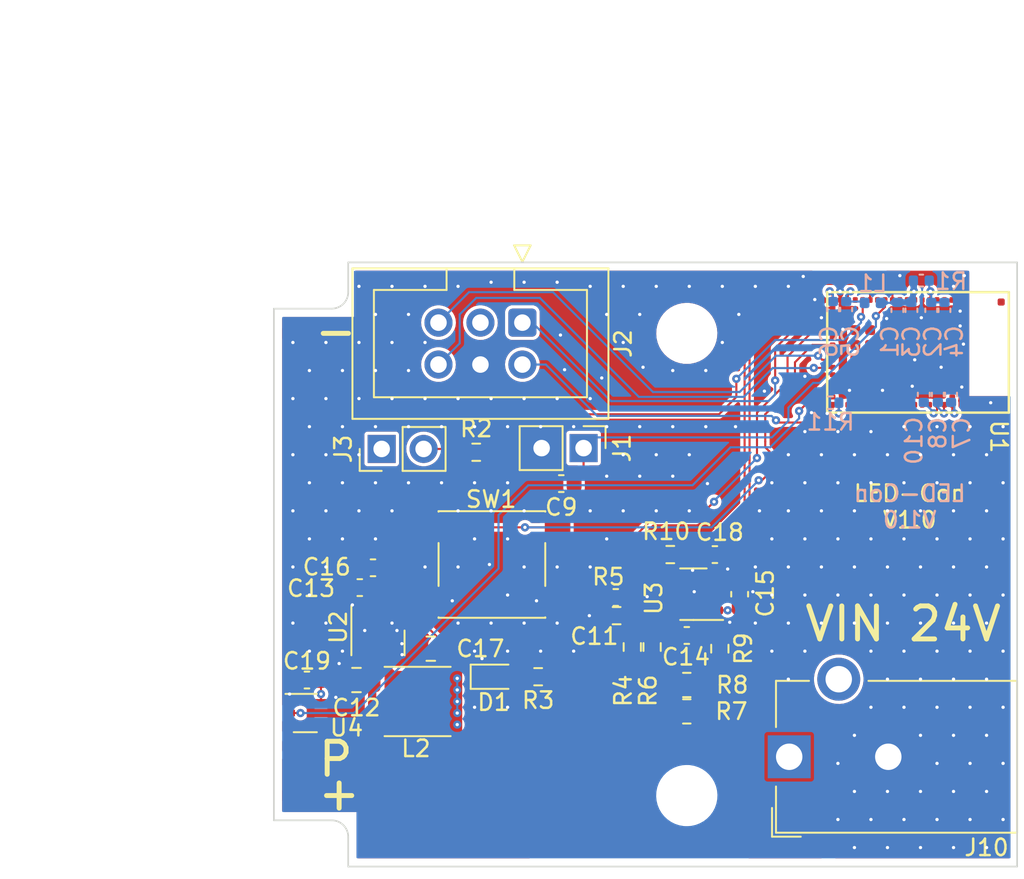
<source format=kicad_pcb>
(kicad_pcb (version 20211014) (generator pcbnew)
  (layers (0 "F.Cu" signal) (1 "In1.Cu" signal) (2 "In2.Cu" signal) (31 "B.Cu" signal) (34 "B.Paste" user) (35 "F.Paste" user) (36 "B.SilkS" user "B.Silkscreen") (37 "F.SilkS" user "F.Silkscreen") (38 "B.Mask" user) (39 "F.Mask" user) (44 "Edge.Cuts" user))
  (net 0 "")
  (net 1 "+3.3VA")
  (net 2 "GND")
  (net 3 "Net-(C2-Pad1)")
  (net 4 "+3.3V")
  (net 5 "Net-(C7-Pad1)")
  (net 6 "Net-(C8-Pad1)")
  (net 7 "/NRST")
  (net 8 "Net-(C10-Pad1)")
  (net 9 "/V_sens")
  (net 10 "+24V")
  (net 11 "Net-(C13-Pad1)")
  (net 12 "Net-(C14-Pad1)")
  (net 13 "Net-(C14-Pad2)")
  (net 14 "Net-(C16-Pad1)")
  (net 15 "/I_sens")
  (net 16 "Net-(D1-Pad2)")
  (net 17 "/RX")
  (net 18 "/TX")
  (net 19 "/SWCLK")
  (net 20 "/Boot0")
  (net 21 "/PWM")
  (net 22 "VDC")
  (net 24 "Net-(L2-Pad1)")
  (net 25 "/LED0")
  (net 26 "Net-(R10-Pad2)")
  (net 27 "Net-(R11-Pad2)")
  (net 28 "/BTN0")
  (net 40 "/SWDIO")
  (net 90 "Net-(U1-Pad28)")
  (footprint "Capacitor_SMD:C_0603_1608Metric" (layer "F.Cu") (at 154 91.7 180)
    (fp_text reference "C16")
    (fp_text value "100n")
  )
  (footprint "Resistor_SMD:R_0603_1608Metric" (layer "F.Cu") (at 168.75 94.6)
    (fp_text reference "R5")
    (fp_text value "1k6")
  )
  (footprint "Bergi:Solderpad_1x2" (layer "F.Cu") (at 149.5 105.5)
    (fp_text reference "J4" hide)
    (fp_text value "Conn_01x01_Female")
  )
  (footprint "Capacitor_SMD:C_0805_2012Metric" (layer "F.Cu") (at 153 98.5 180)
    (fp_text reference "C12")
    (fp_text value "1µ")
  )
  (footprint "Capacitor_SMD:C_0603_1608Metric" (layer "F.Cu") (at 176.2 93.3 90)
    (fp_text reference "C15")
    (fp_text value "100n")
  )
  (footprint "Capacitor_SMD:C_0805_2012Metric" (layer "F.Cu") (at 157.5 96.6 180)
    (fp_text reference "C17")
    (fp_text value "2µ2")
  )
  (footprint "Bergi:ST_LGA86" (layer "F.Cu") (at 192.5 75 -90)
    (fp_text reference "U1")
    (fp_text value "STM32WB5MMG")
  )
  (footprint "LED_SMD:LED_0603_1608Metric" (layer "F.Cu") (at 161.4 98.3)
    (fp_text reference "D1")
    (fp_text value "LED")
  )
  (footprint "Package_TO_SOT_SMD:SOT-353_SC-70-5" (layer "F.Cu") (at 149.9 100.5)
    (fp_text reference "U4")
    (fp_text value "74AHCT1G125")
  )
  (footprint "Button_Switch_SMD:SW_Push_1P1T_NO_6x6mm_H9.5mm" (layer "F.Cu") (at 161.2 91.5 180)
    (fp_text reference "SW1")
    (fp_text value "SW_Push")
  )
  (footprint "MountingHole:MountingHole_3.2mm_M3" (layer "F.Cu") (at 173 105.5)
    (fp_text reference "H2" hide)
    (fp_text value "MountingHole")
  )
  (footprint "Capacitor_SMD:C_0603_1608Metric" (layer "F.Cu") (at 153.2 92.9 180)
    (fp_text reference "C13")
    (fp_text value "470n")
  )
  (footprint "Capacitor_SMD:C_0603_1608Metric" (layer "F.Cu") (at 150 98.5 180)
    (fp_text reference "C19")
    (fp_text value "100n")
  )
  (footprint "Resistor_SMD:R_0603_1608Metric" (layer "F.Cu") (at 169.7 96.5 -90)
    (fp_text reference "R4")
    (fp_text value "24k")
  )
  (footprint "Inductor_SMD:L_Taiyo-Yuden_NR-40xx" (layer "F.Cu") (at 156.7 99.8)
    (fp_text reference "L2")
    (fp_text value "47µ")
  )
  (footprint "Connector_BarrelJack:BarrelJack_CUI_PJ-102AH_Horizontal" (layer "F.Cu") (at 179.2 103.15 90)
    (fp_text reference "J10")
    (fp_text value "Barrel_Jack_Switch")
  )
  (footprint "MountingHole:MountingHole_3.2mm_M3" (layer "F.Cu") (at 173 77.5)
    (fp_text reference "H1" hide)
    (fp_text value "MountingHole")
  )
  (footprint "Resistor_SMD:R_0603_1608Metric" (layer "F.Cu") (at 160.25 84.7)
    (fp_text reference "R2")
    (fp_text value "10k")
  )
  (footprint "Bergi:DFN-10-1EP_3x3mm_P0.5mm_EP0.62x0.98mm" (layer "F.Cu") (at 154.3 95.5 -90)
    (fp_text reference "U2")
    (fp_text value "L7983")
  )
  (footprint "Resistor_SMD:R_0603_1608Metric" (layer "F.Cu") (at 172 90.9 180)
    (fp_text reference "R10")
    (fp_text value "1k5")
  )
  (footprint "Resistor_SMD:R_0603_1608Metric" (layer "F.Cu") (at 164 98.3 180)
    (fp_text reference "R3")
    (fp_text value "240R")
  )
  (footprint "Connector_IDC:IDC-Header_2x03_P2.54mm_Vertical" (layer "F.Cu") (at 163.045 76.8475 -90)
    (fp_text reference "J2")
    (fp_text value "Conn_02x03_Odd_Even")
  )
  (footprint "Capacitor_SMD:C_0603_1608Metric" (layer "F.Cu") (at 165.4 86.6 180)
    (fp_text reference "C9")
    (fp_text value "100n")
  )
  (footprint "Connector_PinHeader_2.54mm:PinHeader_1x02_P2.54mm_Vertical" (layer "F.Cu") (at 166.75 84.45 -90)
    (fp_text reference "J1")
    (fp_text value "DNP")
  )
  (footprint "Bergi:Solderpad_1x2" (layer "F.Cu") (at 149.5 77.5)
    (fp_text reference "J8" hide)
    (fp_text value "Conn_01x01_Female")
  )
  (footprint "Connector_PinHeader_2.54mm:PinHeader_1x02_P2.54mm_Vertical" (layer "F.Cu") (at 154.525 84.5 90)
    (fp_text reference "J3")
    (fp_text value "DNP")
  )
  (footprint "Capacitor_SMD:C_0603_1608Metric" (layer "F.Cu") (at 168.7 93.5 180)
    (fp_text reference "C11")
    (fp_text value "100n")
  )
  (footprint "Bergi:Solderpad_1x2" (layer "F.Cu") (at 149.5 102.5)
    (fp_text reference "J7" hide)
    (fp_text value "Conn_01x01_Female")
  )
  (footprint "Resistor_SMD:R_0805_2012Metric" (layer "F.Cu") (at 173 98.8)
    (fp_text reference "R8")
    (fp_text value "DNP")
  )
  (footprint "Resistor_SMD:R_0805_2012Metric" (layer "F.Cu") (at 173 100.4)
    (fp_text reference "R7")
    (fp_text value "0R01")
  )
  (footprint "Package_TO_SOT_SMD:SOT-23-8" (layer "F.Cu") (at 173.4 93.3 180)
    (fp_text reference "U3")
    (fp_text value "INA186A3IDDF")
  )
  (footprint "Capacitor_SMD:C_0603_1608Metric" (layer "F.Cu") (at 173 95.8)
    (fp_text reference "C14")
    (fp_text value "DNP")
  )
  (footprint "Resistor_SMD:R_0603_1608Metric" (layer "F.Cu") (at 170.9 96.5 -90)
    (fp_text reference "R6")
    (fp_text value "0R")
  )
  (footprint "Resistor_SMD:R_0603_1608Metric" (layer "F.Cu") (at 175 96.6 -90)
    (fp_text reference "R9")
    (fp_text value "0R")
  )
  (footprint "Capacitor_SMD:C_0603_1608Metric" (layer "F.Cu") (at 174.7 90.9)
    (fp_text reference "C18")
    (fp_text value "100n")
  )
  (footprint "Capacitor_SMD:C_0402_1005Metric" (layer "B.Cu") (at 182.65 76.05 -90)
    (fp_text reference "C5")
    (fp_text value "100n")
  )
  (footprint "Capacitor_SMD:C_0402_1005Metric" (layer "B.Cu") (at 187.2 74.3)
    (fp_text reference "R1")
    (fp_text value "DNP")
  )
  (footprint "Capacitor_SMD:C_0402_1005Metric" (layer "B.Cu") (at 186.6 76.1 -90)
    (fp_text reference "C3")
    (fp_text value "1µ")
  )
  (footprint "Capacitor_SMD:C_0402_1005Metric" (layer "B.Cu") (at 188.2 81.2 90)
    (fp_text reference "C8")
    (fp_text value "3p3")
  )
  (footprint "Inductor_SMD:L_0402_1005Metric" (layer "B.Cu") (at 184.25 75.65 180)
    (fp_text reference "L1")
    (fp_text value "600R")
  )
  (footprint "Capacitor_SMD:C_0402_1005Metric" (layer "B.Cu") (at 185.75 76.1 -90)
    (fp_text reference "C1")
    (fp_text value "100n")
  )
  (footprint "Capacitor_SMD:C_0402_1005Metric" (layer "B.Cu") (at 181.85 76.05 -90)
    (fp_text reference "C6")
    (fp_text value "1µ")
  )
  (footprint "Capacitor_SMD:C_0402_1005Metric" (layer "B.Cu") (at 187.35 81.2 90)
    (fp_text reference "C10")
    (fp_text value "3p3")
  )
  (footprint "Resistor_SMD:R_0402_1005Metric" (layer "B.Cu") (at 181.7 81.7)
    (fp_text reference "R11")
    (fp_text value "10k")
  )
  (footprint "Capacitor_SMD:C_0402_1005Metric" (layer "B.Cu") (at 187.8 76.1 -90)
    (fp_text reference "C2")
    (fp_text value "100n")
  )
  (footprint "Capacitor_SMD:C_0402_1005Metric" (layer "B.Cu") (at 188.6 76.1 -90)
    (fp_text reference "C4")
    (fp_text value "1µ")
  )
  (footprint "Capacitor_SMD:C_0402_1005Metric" (layer "B.Cu") (at 189 81.2 90)
    (fp_text reference "C7")
    (fp_text value "3p3")
  )
  (gr_arc (start 151.5 107) (mid 152.207107 107.292893) (end 152.5 108) (layer "Edge.Cuts") (width 0.1))
  (gr_line (start 193 109.8) (end 193 73.2) (layer "Edge.Cuts") (width 0.1))
  (gr_line (start 148 107) (end 151.5 107) (layer "Edge.Cuts") (width 0.1))
  (gr_line (start 152.5 75) (end 152.5 73.2) (layer "Edge.Cuts") (width 0.1))
  (gr_line (start 152.5 73.2) (end 193 73.2) (layer "Edge.Cuts") (width 0.1))
  (gr_arc (start 152.5 75) (mid 152.207107 75.707107) (end 151.5 76) (layer "Edge.Cuts") (width 0.1))
  (gr_line (start 151.5 76) (end 148 76) (layer "Edge.Cuts") (width 0.1))
  (gr_line (start 152.5 109.8) (end 193 109.8) (layer "Edge.Cuts") (width 0.1))
  (gr_line (start 152.5 108) (end 152.5 109.8) (layer "Edge.Cuts") (width 0.1))
  (gr_line (start 148 107) (end 148 76) (layer "Edge.Cuts") (width 0.1))
  (gr_text "LED-Con\nV1.0" (at 186.5 88) (layer "B.SilkS") (effects (font (size 1 1)) (justify mirror)))
  (gr_text "LED-Con\nV1.0" (at 186.5 88) (layer "F.SilkS") (effects (font (size 1 1))))
  (gr_text "+" (at 151.95 105.35) (layer "F.SilkS") (effects (font (size 2 2) (thickness 0.3)) (justify mirror)))
  (gr_text "-" (at 151.75 77.35) (layer "F.SilkS") (effects (font (size 2 2) (thickness 0.3)) (justify mirror)))
  (gr_text "P" (at 151.75 103.3) (layer "F.SilkS") (effects (font (size 2 2) (thickness 0.3))))
  (gr_text "VIN 24V" (at 186.1 95.1) (layer "F.SilkS") (effects (font (size 2 2) (thickness 0.3))))
  (segment (start 186.8 75.45) (end 186.8 75.05) (width 0.127) (layer "F.Cu") (net 1))
  (segment (start 186.8 75) (end 186.75 74.95) (width 0.127) (layer "F.Cu") (net 1))
  (segment (start 186.8 75.05) (end 186.8 75) (width 0.127) (layer "F.Cu") (net 1))
  (via (at 186.75 74.95) (size 0.5) (drill 0.2) (layers "F.Cu" "B.Cu") (net 1))
  (segment (start 186.6 75.62) (end 186.6 75.1) (width 0.127) (layer "B.Cu") (net 1))
  (segment (start 184.735 75.65) (end 185.72 75.65) (width 0.127) (layer "B.Cu") (net 1))
  (segment (start 186.6 75.1) (end 186.75 74.95) (width 0.127) (layer "B.Cu") (net 1))
  (segment (start 186.75 74.95) (end 186.75 74.33) (width 0.127) (layer "B.Cu") (net 1))
  (segment (start 186.75 74.33) (end 186.72 74.3) (width 0.127) (layer "B.Cu") (net 1))
  (segment (start 185.75 75.62) (end 186.6 75.62) (width 0.127) (layer "B.Cu") (net 1))
  (segment (start 185.72 75.65) (end 185.75 75.62) (width 0.127) (layer "B.Cu") (net 1))
  (segment (start 189.075 75.95) (end 189.35 75.95) (width 0.127) (layer "F.Cu") (net 2))
  (segment (start 152.2 98.35) (end 152.2 96.2) (width 0.127) (layer "F.Cu") (net 2))
  (segment (start 189.55 77.05) (end 189.3 77.3) (width 0.127) (layer "F.Cu") (net 2))
  (segment (start 150.05 100.2) (end 150.05 100.85) (width 0.127) (layer "F.Cu") (net 2))
  (segment (start 187.25 75.475) (end 187.25 76.5) (width 0.127) (layer "F.Cu") (net 2))
  (segment (start 160.6125 97.2125) (end 160.6 97.2) (width 0.127) (layer "F.Cu") (net 2))
  (segment (start 161.075 84.7) (end 161.325 84.45) (width 0.127) (layer "F.Cu") (net 2))
  (segment (start 152.2 96.2) (end 152.9 95.5) (width 0.127) (layer "F.Cu") (net 2))
  (segment (start 151.95 97.5) (end 151.95 98.4) (width 0.127) (layer "F.Cu") (net 2))
  (segment (start 182.3 74.973) (end 182.280559 74.953559) (width 0.127) (layer "F.Cu") (net 2))
  (segment (start 156.25 96.3) (end 156.55 96.6) (width 0.127) (layer "F.Cu") (net 2))
  (segment (start 154.45 95.5) (end 155.45 95.5) (width 0.127) (layer "F.Cu") (net 2))
  (segment (start 167.925 94.6) (end 167.1 94.6) (width 0.127) (layer "F.Cu") (net 2))
  (segment (start 151.75 98.8) (end 152.05 98.5) (width 0.127) (layer "F.Cu") (net 2))
  (segment (start 163.95 93.75) (end 163.9 93.7) (width 0.127) (layer "F.Cu") (net 2))
  (segment (start 189.075 76.4) (end 189.3 76.4) (width 0.127) (layer "F.Cu") (net 2))
  (segment (start 181.825 82.025) (end 181.5 82.35) (width 0.127) (layer "F.Cu") (net 2))
  (segment (start 153.8 95) (end 154.3 95.5) (width 0.127) (layer "F.Cu") (net 2))
  (segment (start 167.925 94.6) (end 167.925 93.5) (width 0.127) (layer "F.Cu") (net 2))
  (segment (start 175.475 91.775) (end 175.475 92.275) (width 0.127) (layer "F.Cu") (net 2))
  (segment (start 157.225 93.75) (end 158.75 93.75) (width 0.127) (layer "F.Cu") (net 2))
  (segment (start 187.25 76.5) (end 187.2 76.55) (width 0.127) (layer "F.Cu") (net 2))
  (segment (start 192.035 81.7) (end 191.4 81.7) (width 0.127) (layer "F.Cu") (net 2))
  (segment (start 153.8 94.0375) (end 153.3 94.0375) (width 0.127) (layer "F.Cu") (net 2))
  (segment (start 149.7 99.85) (end 150.05 100.2) (width 0.127) (layer "F.Cu") (net 2))
  (segment (start 148.95 98.775) (end 148.95 99.85) (width 0.127) (layer "F.Cu") (net 2))
  (segment (start 189.3 77.3) (end 189.075 77.3) (width 0.127) (layer "F.Cu") (net 2))
  (segment (start 152.9 95.5) (end 153.5 95.5) (width 0.127) (layer "F.Cu") (net 2))
  (segment (start 181.825 81.825) (end 181.825 82.025) (width 0.127) (layer "F.Cu") (net 2))
  (segment (start 148.95 99.85) (end 149.7 99.85) (width 0.127) (layer "F.Cu") (net 2))
  (segment (start 152.05 98.5) (end 152.2 98.35) (width 0.127) (layer "F.Cu") (net 2))
  (segment (start 165.175 93.75) (end 163.95 93.75) (width 0.127) (layer "F.Cu") (net 2))
  (segment (start 174.5375 92.325) (end 175.425 92.325) (width 0.127) (layer "F.Cu") (net 2))
  (segment (start 154.3 95.5) (end 154.45 95.5) (width 0.127) (layer "F.Cu") (net 2))
  (segment (start 149.225 98.5) (end 148.95 98.775) (width 0.127) (layer "F.Cu") (net 2))
  (segment (start 153.8 94.0375) (end 153.8 95) (width 0.127) (layer "F.Cu") (net 2))
  (segment (start 164.21 86.185) (end 164.625 86.6) (width 0.127) (layer "F.Cu") (net 2))
  (segment (start 153.5 95.5) (end 154.45 95.5) (width 0.127) (layer "F.Cu") (net 2))
  (segment (start 155.7625 96.9625) (end 156.1875 96.9625) (width 0.127) (layer "F.Cu") (net 2))
  (segment (start 189.35 76.85) (end 189.075 76.85) (width 0.127) (layer "F.Cu") (net 2))
  (segment (start 189.55 77.05) (end 189.35 76.85) (width 0.127) (layer "F.Cu") (net 2))
  (segment (start 189.35 75.95) (end 189.55 76.15) (width 0.127) (layer "F.Cu") (net 2))
  (segment (start 153.3 94.0375) (end 152.8375 94.0375) (width 0.127) (layer "F.Cu") (net 2))
  (segment (start 176 92.325) (end 176.2 92.525) (width 0.127) (layer "F.Cu") (net 2))
  (segment (start 152.75 93.225) (end 152.75 93.95) (width 0.127) (layer "F.Cu") (net 2))
  (segment (start 175.425 92.325) (end 176 92.325) (width 0.127) (layer "F.Cu") (net 2))
  (segment (start 175.475 92.275) (end 175.425 92.325) (width 0.127) (layer "F.Cu") (net 2))
  (segment (start 155.3 96.9625) (end 155.7625 96.9625) (width 0.127) (layer "F.Cu") (net 2))
  (segment (start 174.5375 92.975) (end 174.5375 92.325) (width 0.127) (layer "F.Cu") (net 2))
  (segment (start 182.3 75.475) (end 182.3 74.973) (width 0.127) (layer "F.Cu") (net 2))
  (segment (start 152.425 92.9) (end 152.75 93.225) (width 0.127) (layer "F.Cu") (net 2))
  (segment (start 175.475 90.9) (end 175.475 91.775) (width 0.127) (layer "F.Cu") (net 2))
  (segment (start 152.8375 94.0375) (end 152.75 93.95) (width 0.127) (layer "F.Cu") (net 2))
  (segment (start 153.225 91.7) (end 153.225 92.1) (width 0.127) (layer "F.Cu") (net 2))
  (segment (start 155.75 96.3) (end 156.25 96.3) (width 0.127) (layer "F.Cu") (net 2))
  (segment (start 156.1875 96.9625) (end 156.55 96.6) (width 0.127) (layer "F.Cu") (net 2))
  (segment (start 189.3 76.4) (end 189.55 76.15) (width 0.127) (layer "F.Cu") (net 2))
  (segment (start 151.95 98.4) (end 152.05 98.5) (width 0.127) (layer "F.Cu") (net 2))
  (segment (start 153.225 92.1) (end 152.425 92.9) (width 0.127) (layer "F.Cu") (net 2))
  (segment (start 155.45 95.5) (end 156.55 96.6) (width 0.127) (layer "F.Cu") (net 2))
  (segment (start 149.75 101.15) (end 148.95 101.15) (width 0.127) (layer "F.Cu") (net 2))
  (segment (start 160.6125 98.3) (end 160.6125 97.2125) (width 0.127) (layer "F.Cu") (net 2))
  (segment (start 151.75 99.55) (end 151.75 98.8) (width 0.127) (layer "F.Cu") (net 2))
  (segment (start 150.05 100.85) (end 149.75 101.15) (width 0.127) (layer "F.Cu") (net 2))
  (segment (start 161.325 84.45) (end 164.21 84.45) (width 0.127) (layer "F.Cu") (net 2))
  (segment (start 164.21 84.45) (end 164.21 86.185) (width 0.127) (layer "F.Cu") (net 2))
  (segment (start 158.75 93.75) (end 158.8 93.7) (width 0.127) (layer "F.Cu") (net 2))
  (via (at 161.15 74.4) (size 0.5) (drill 0.2) (layers "F.Cu" "B.Cu") (net 2))
  (via (at 150.15 96.75) (size 0.5) (drill 0.2) (layers "F.Cu" "B.Cu") (net 2))
  (via (at 165.15 95.05) (size 0.5) (drill 0.2) (layers "F.Cu" "B.Cu") (net 2))
  (via (at 149.15 78.05) (size 0.5) (drill 0.2) (layers "F.Cu" "B.Cu") (net 2))
  (via (at 174.25 86.6) (size 0.5) (drill 0.2) (layers "F.Cu" "B.Cu") (net 2))
  (via (at 184.15 93.35) (size 0.5) (drill 0.2) (layers "F.Cu" "B.Cu") (net 2))
  (via (at 170.15 86.15) (size 0.5) (drill 0.2) (layers "F.Cu" "B.Cu") (net 2))
  (via (at 160.15 100.15) (size 0.5) (drill 0.2) (layers "F.Cu" "B.Cu") (net 2))
  (via (at 187.2 76.55) (size 0.5) (drill 0.2) (layers "F.Cu" "B.Cu") (net 2))
  (via (at 181.15 76.55) (size 0.5) (drill 0.2) (layers "F.Cu" "B.Cu") (net 2))
  (via (at 152.75 93.95) (size 0.5) (drill 0.2) (layers "F.Cu" "B.Cu") (net 2))
  (via (at 159.15 74.65) (size 0.5) (drill 0.2) (layers "F.Cu" "B.Cu") (net 2))
  (via (at 191.15 101.85) (size 0.5) (drill 0.2) (layers "F.Cu" "B.Cu") (net 2))
  (via (at 167.15 74.65) (size 0.5) (drill 0.2) (layers "F.Cu" "B.Cu") (net 2))
  (via (at 149.15 84.85) (size 0.5) (drill 0.2) (layers "F.Cu" "B.Cu") (net 2))
  (via (at 153.15 88.25) (size 0.5) (drill 0.2) (layers "F.Cu" "B.Cu") (net 2))
  (via (at 187.15 88.25) (size 0.5) (drill 0.2) (layers "F.Cu" "B.Cu") (net 2))
  (via (at 169.15 88.25) (size 0.5) (drill 0.2) (layers "F.Cu" "B.Cu") (net 2))
  (via (at 190.15 103.55) (size 0.5) (drill 0.2) (layers "F.Cu" "B.Cu") (net 2))
  (via (at 172.15 83.15) (size 0.5) (drill 0.2) (layers "F.Cu" "B.Cu") (net 2))
  (via (at 150.15 83.15) (size 0.5) (drill 0.2) (layers "F.Cu" "B.Cu") (net 2))
  (via (at 155.15 74.65) (size 0.5) (drill 0.2) (layers "F.Cu" "B.Cu") (net 2))
  (via (at 161.15 88.25) (size 0.5) (drill 0.2) (layers "F.Cu" "B.Cu") (net 2))
  (via (at 161.05 91.5) (size 0.5) (drill 0.2) (layers "F.Cu" "B.Cu") (net 2))
  (via (at 171.15 74.65) (size 0.5) (drill 0.2) (layers "F.Cu" "B.Cu") (net 2))
  (via (at 152.15 83.15) (size 0.5) (drill 0.2) (layers "F.Cu" "B.Cu") (net 2))
  (via (at 173.45 93.15) (size 0.5) (drill 0.2) (layers "F.Cu" "B.Cu") (net 2))
  (via (at 165.15 91.65) (size 0.5) (drill 0.2) (layers "F.Cu" "B.Cu") (net 2))
  (via (at 182.15 103.55) (size 0.5) (drill 0.2) (layers "F.Cu" "B.Cu") (net 2))
  (via (at 189.55 77.05) (size 0.5) (drill 0.2) (layers "F.Cu" "B.Cu") (net 2))
  (via (at 183.15 91.65) (size 0.5) (drill 0.2) (layers "F.Cu" "B.Cu") (net 2))
  (via (at 150.15 79.75) (size 0.5) (drill 0.2) (layers "F.Cu" "B.Cu") (net 2))
  (via (at 160.15 89.95) (size 0.5) (drill 0.2) (layers "F.Cu" "B.Cu") (net 2))
  (via (at 181.15 91.65) (size 0.5) (drill 0.2) (layers "F.Cu" "B.Cu") (net 2))
  (via (at 169.15 84.85) (size 0.5) (drill 0.2) (layers "F.Cu" "B.Cu") (net 2))
  (via (at 183.15 84.85) (size 0.5) (drill 0.2) (layers "F.Cu" "B.Cu") (net 2))
  (via (at 187.15 101.85) (size 0.5) (drill 0.2) (layers "F.Cu" "B.Cu") (net 2))
  (via (at 168.15 76.35) (size 0.5) (drill 0.2) (layers "F.Cu" "B.Cu") (net 2))
  (via (at 180.15 86.55) (size 0.5) (drill 0.2) (layers "F.Cu" "B.Cu") (net 2))
  (via (at 152.15 89.95) (size 0.5) (drill 0.2) (layers "F.Cu" "B.Cu") (net 2))
  (via (at 151.15 95.05) (size 0.5) (drill 0.2) (layers "F.Cu" "B.Cu") (net 2))
  (via (at 191.15 98.45) (size 0.5) (drill 0.2) (layers "F.Cu" "B.Cu") (net 2))
  (via (at 173.15 84.85) (size 0.5) (drill 0.2) (layers "F.Cu" "B.Cu") (net 2))
  (via (at 157.15 91.65) (size 0.5) (drill 0.2) (layers "F.Cu" "B.Cu") (net 2))
  (via (at 182.45 77.25) (size 0.5) (drill 0.2) (layers "F.Cu" "B.Cu") (net 2))
  (via (at 177.4 88.25) (size 0.5) (drill 0.2) (layers "F.Cu" "B.Cu") (net 2))
  (via (at 186.15 86.55) (size 0.5) (drill 0.2) (layers "F.Cu" "B.Cu") (net 2))
  (via (at 175.15 78.05) (size 0.5) (drill 0.2) (layers "F.Cu" "B.Cu") (net 2))
  (via (at 154.15 76.35) (size 0.5) (drill 0.2) (layers "F.Cu" "B.Cu") (net 2))
  (via (at 155.75 96.3) (size 0.5) (drill 0.2) (layers "F.Cu" "B.Cu") (net 2))
  (via (at 186.15 83.15) (size 0.5) (drill 0.2) (layers "F.Cu" "B.Cu") (net 2))
  (via (at 162.15 86.55) (size 0.5) (drill 0.2) (layers "F.Cu" "B.Cu") (net 2))
  (via (at 188.15 89.95) (size 0.5) (drill 0.2) (layers "F.Cu" "B.Cu") (net 2))
  (via (at 162.15 93.35) (size 0.5) (drill 0.2) (layers "F.Cu" "B.Cu") (net 2))
  (via (at 188.15 93.35) (size 0.5) (drill 0.2) (layers "F.Cu" "B.Cu") (net 2))
  (via (at 176.15 89.95) (size 0.5) (drill 0.2) (layers "F.Cu" "B.Cu") (net 2))
  (via (at 180.55 82.3) (size 0.5) (drill 0.2) (layers "F.Cu" "B.Cu") (net 2))
  (via (at 178.15 86.55) (size 0.5) (drill 0.2) (layers "F.Cu" "B.Cu") (net 2))
  (via (at 182.15 83.45) (size 0.5) (drill 0.2) (layers "F.Cu" "B.Cu") (net 2))
  (via (at 184.15 89.95) (size 0.5) (drill 0.2) (layers "F.Cu" "B.Cu") (net 2))
  (via (at 188.15 103.55) (size 0.5) (drill 0.2) (layers "F.Cu" "B.Cu") (net 2))
  (via (at 151.15 88.25) (size 0.5) (drill 0.2) (layers "F.Cu" "B.Cu") (net 2))
  (via (at 187.15 105.25) (size 0.5) (drill 0.2) (layers "F.Cu" "B.Cu") (net 2))
  (via (at 169.15 74.65) (size 0.5) (drill 0.2) (layers "F.Cu" "B.Cu") (net 2))
  (via (at 186.15 96.75) (size 0.5) (drill 0.2) (layers "F.Cu" "B.Cu") (net 2))
  (via (at 190.15 86.55) (size 0.5) (drill 0.2) (layers "F.Cu" "B.Cu") (net 2))
  (via (at 167.85 80.2) (size 0.5) (drill 0.2) (layers "F.Cu" "B.Cu") (net 2))
  (via (at 164.15 96.75) (size 0.5) (drill 0.2) (layers "F.Cu" "B.Cu") (net 2))
  (via (at 190.15 93.35) (size 0.5) (drill 0.2) (layers "F.Cu" "B.Cu") (net 2))
  (via (at 191.15 84.85) (size 0.5) (drill 0.2) (layers "F.Cu" "B.Cu") (net 2))
  (via (at 186.15 93.35) (size 0.5) (drill 0.2) (layers "F.Cu" "B.Cu") (net 2))
  (via (at 151.15 84.85) (size 0.5) (drill 0.2) (layers "F.Cu" "B.Cu") (net 2))
  (via (at 179.15 88.25) (size 0.5) (drill 0.2) (layers "F.Cu" "B.Cu") (net 2))
  (via (at 160.6 97.2) (size 0.5) (drill 0.2) (layers "F.Cu" "B.Cu") (net 2))
  (via (at 178.15 93.35) (size 0.5) (drill 0.2) (layers "F.Cu" "B.Cu") (net 2))
  (via (at 186.8 79.1) (size 0.5) (drill 0.2) (layers "F.Cu" "B.Cu") (net 2))
  (via (at 191.15 88.25) (size 0.5) (drill 0.2) (layers "F.Cu" "B.Cu") (net 2))
  (via (at 192.15 96.75) (size 0.5) (drill 0.2) (layers "F.Cu" "B.Cu") (net 2))
  (via (at 182.15 86.55) (size 0.5) (drill 0.2) (layers "F.Cu" "B.Cu") (net 2))
  (via (at 167.15 81.45) (size 0.5) (drill 0.2) (layers "F.Cu" "B.Cu") (net 2))
  (via (at 153.15 74.65) (size 0.5) (drill 0.2) (layers "F.Cu" "B.Cu") (net 2))
  (via (at 192.15 93.35) (size 0.5) (drill 0.2) (layers "F.Cu" "B.Cu") (net 2))
  (via (at 163.15 74.4) (size 0.5) (drill 0.2) (layers "F.Cu" "B.Cu") (net 2))
  (via (at 170.15 76.35) (size 0.5) (drill 0.2) (layers "F.Cu" "B.Cu") (net 2))
  (via (at 167.15 88.25) (size 0.5) (drill 0.2) (layers "F.Cu" "B.Cu") (net 2))
  (via (at 192.15 106.95) (size 0.5) (drill 0.2) (layers "F.Cu" "B.Cu") (net 2))
  (via (at 186.15 106.95) (size 0.5) (drill 0.2) (layers "F.Cu" "B.Cu") (net 2))
  (via (at 151.95 97.5) (size 0.5) (drill 0.2) (layers "F.Cu" "B.Cu") (net 2))
  (via (at 189.75 78.15) (size 0.5) (drill 0.2) (layers "F.Cu" "B.Cu") (net 2))
  (via (at 179.15 74.65) (size 0.5) (drill 0.2) (layers "F.Cu" "B.Cu") (net 2))
  (via (at 188.15 100.15) (size 0.5) (drill 0.2) (layers "F.Cu" "B.Cu") (net 2))
  (via (at 155.15 78.05) (size 0.5) (drill 0.2) (layers "F.Cu" "B.Cu") (net 2))
  (via (at 191.15 108.65) (size 0.5) (drill 0.2) (layers "F.Cu" "B.Cu") (net 2))
  (via (at 178.15 89.95) (size 0.5) (drill 0.2) (layers "F.Cu" "B.Cu") (net 2))
  (via (at 173.15 74.65) (size 0.5) (drill 0.2) (layers "F.Cu" "B.Cu") (net 2))
  (via (at 183.15 105.25) (size 0.5) (drill 0.2) (layers "F.Cu" "B.Cu") (net 2))
  (via (at 179.15 84.85) (size 0.5) (drill 0.2) (layers "F.Cu" "B.Cu") (net 2))
  (via (at 185.1 76.6) (size 0.5) (drill 0.2) (layers "F.Cu" "B.Cu") (net 2))
  (via (at 157.15 78.05) (size 0.5) (drill 0.2) (layers "F.Cu" "B.Cu") (net 2))
  (via (at 161.15 81.45) (size 0.5) (drill 0.2) (layers "F.Cu" "B.Cu") (net 2))
  (via (at 155.45 95.5) (size 0.5) (drill 0.2) (layers "F.Cu" "B.Cu") (net 2))
  (via (at 187.15 84.85) (size 0.5) (drill 0.2) (layers "F.Cu" "B.Cu") (net 2))
  (via (at 189.15 108.65) (size 0.5) (drill 0.2) (layers "F.Cu" "B.Cu") (net 2))
  (via (at 186.15 100.15) (size 0.5) (drill 0.2) (layers "F.Cu" "B.Cu") (net 2))
  (via (at 177.15 95.05) (size 0.5) (drill 0.2) (layers "F.Cu" "B.Cu") (net 2))
  (via (at 171.15 88.25) (size 0.5) (drill 0.2) (layers "F.Cu" "B.Cu") (net 2))
  (via (at 153.15 84.85) (size 0.5) (drill 0.2) (layers "F.Cu" "B.Cu") (net 2))
  (via (at 168.15 83.15) (size 0.5) (drill 0.2) (layers "F.Cu" "B.Cu") (net 2))
  (via (at 165.15 74.4) (size 0.5) (drill 0.2) (layers "F.Cu" "B.Cu") (net 2))
  (via (at 180.15 80.1) (size 0.5) (drill 0.2) (layers "F.Cu" "B.Cu") (net 2))
  (via (at 187.15 98.45) (size 0.5) (drill 0.2) (layers "F.Cu" "B.Cu") (net 2))
  (via (at 163.15 81.45) (size 0.5) (drill 0.2) (layers "F.Cu" "B.Cu") (net 2))
  (via (at 170.35 79.55) (size 0.5) (drill 0.2) (layers "F.Cu" "B.Cu") (net 2))
  (via (at 154.15 89.95) (size 0.5) (drill 0.2) (layers "F.Cu" "B.Cu") (net 2))
  (via (at 155.15 95.05) (size 0.5) (drill 0.2) (layers "F.Cu" "B.Cu") (net 2))
  (via (at 192.15 100.15) (size 0.5) (drill 0.2) (layers "F.Cu" "B.Cu") (net 2))
  (via (at 152.15 79.75) (size 0.5) (drill 0.2) (layers "F.Cu" "B.Cu") (net 2))
  (via (at 180.15 96.75) (size 0.5) (drill 0.2) (layers "F.Cu" "B.Cu") (net 2))
  (via (at 174.15 83.15) (size 0.5) (drill 0.2) (layers "F.Cu" "B.Cu") (net 2))
  (via (at 187.15 108.65) (size 0.5) (drill 0.2) (layers "F.Cu" "B.Cu") (net 2))
  (via (at 184.15 106.95) (size 0.5) (drill 0.2) (layers "F.Cu" "B.Cu") (net 2))
  (via (at 157.15 81.45) (size 0.5) (drill 0.2) (layers "F.Cu" "B.Cu") (net 2))
  (via (at 172.15 86.15) (size 0.5) (drill 0.2) (layers "F.Cu" "B.Cu") (net 2))
  (via (at 174.15 79.75) (size 0.5) (drill 0.2) (layers "F.Cu" "B.Cu") (net 2))
  (via (at 182.280559 74.953559) (size 0.5) (drill 0.2) (layers "F.Cu" "B.Cu") (net 2))
  (via (at 191.15 105.25) (size 0.5) (drill 0.2) (layers "F.Cu" "B.Cu") (net 2))
  (via (at 149.15 95.05) (size 0.5) (drill 0.2) (layers "F.Cu" "B.Cu") (net 2))
  (via (at 178.15 96.75) (size 0.5) (drill 0.2) (layers "F.Cu" "B.Cu") (net 2))
  (via (at 152.15 96.75) (size 0.5) (drill 0.2) (layers "F.Cu" "B.Cu") (net 2))
  (via (at 185.15 105.25) (size 0.5) (drill 0.2) (layers "F.Cu" "B.Cu") (net 2))
  (via (at 170.6 93.45) (size 0.5) (drill 0.2) (layers "F.Cu" "B.Cu") (net 2))
  (via (at 181.15 95.05) (size 0.5) (drill 0.2) (layers "F.Cu" "B.Cu") (net 2))
  (via (at 150.15 89.95) (size 0.5) (drill 0.2) (layers "F.Cu" "B.Cu") (net 2))
  (via (at 162.15 96.75) (size 0.5) (drill 0.2) (layers "F.Cu" "B.Cu") (net 2))
  (via (at 189.15 95.05) (size 0.5) (drill 0.2) (layers "F.Cu" "B.Cu") (net 2))
  (via (at 177.7 81) (size 0.5) (drill 0.2) (layers "F.Cu" "B.Cu") (net 2))
  (via (at 158.8 93.7) (size 0.5) (drill 0.2) (layers "F.Cu" "B.Cu") (net 2))
  (via (at 153.15 78.05) (size 0.5) (drill 0.2) (layers "F.Cu" "B.Cu") (net 2))
  (via (at 164.15 83.15) (size 0.5) (drill 0.2) (layers "F.Cu" "B.Cu") (net 2))
  (via (at 177 93.15) (size 0.5) (drill 0.2) (layers "F.Cu" "B.Cu") (net 2))
  (via (at 189.15 101.85) (size 0.5) (drill 0.2) (layers "F.Cu" "B.Cu") (net 2))
  (via (at 192.15 83.15) (size 0.5) (drill 0.2) (layers "F.Cu" "B.Cu") (net 2))
  (via (at 155.15 88.25) (size 0.5) (drill 0.2) (layers "F.Cu" "B.Cu") (net 2))
  (via (at 158.15 86.55) (size 0.5) (drill 0.2) (layers "F.Cu" "B.Cu") (net 2))
  (via (at 188.15 86.55) (size 0.5) (drill 0.2) (layers "F.Cu" "B.Cu") (net 2))
  (via (at 186.15 89.95) (size 0.5) (drill 0.2) (layers "F.Cu" "B.Cu") (net 2))
  (via (at 162.15 89.95) (size 0.5) (drill 0.2) (layers "F.Cu" "B.Cu") (net 2))
  (via (at 156.15 83.15) (size 0.5) (drill 0.2) (layers "F.Cu" "B.Cu") (net 2))
  (via (at 191.4 81.7) (size 0.5) (drill 0.2) (layers "F.Cu" "B.Cu") (net 2))
  (via (at 192.15 89.95) (size 0.5) (drill 0.2) (layers "F.Cu" "B.Cu") (net 2))
  (via (at 177.15 91.65) (size 0.5) (drill 0.2) (layers "F.Cu" "B.Cu") (net 2))
  (via (at 191.15 91.65) (size 0.5) (drill 0.2) (layers "F.Cu" "B.Cu") (net 2))
  (via (at 150.15 86.55) (size 0.5) (drill 0.2) (layers "F.Cu" "B.Cu") (net 2))
  (via (at 183.15 108.65) (size 0.5) (drill 0.2) (layers "F.Cu" "B.Cu") (net 2))
  (via (at 151.15 91.65) (size 0.5) (drill 0.2) (layers "F.Cu" "B.Cu") (net 2))
  (via (at 189.15 105.25) (size 0.5) (drill 0.2) (layers "F.Cu" "B.Cu") (net 2))
  (via (at 163.15 91.65) (size 0.5) (drill 0.2) (layers "F.Cu" "B.Cu") (net 2))
  (via (at 180.15 93.35) (size 0.5) (drill 0.2) (layers "F.Cu" "B.Cu") (net 2))
  (via (at 185.15 95.05) (size 0.5) (drill 0.2) (layers "F.Cu" "B.Cu") (net 2))
  (via (at 154.15 83.15) (size 0.5) (drill 0.2) (layers "F.Cu" "B.Cu") (net 2))
  (via (at 158.15 83.15) (size 0.5) (drill 0.2) (layers "F.Cu" "B.Cu") (net 2))
  (via (at 153.15 81.45) (size 0.5) (drill 0.2) (layers "F.Cu" "B.Cu") (net 2))
  (via (at 190.15 96.75) (size 0.5) (drill 0.2) (layers "F.Cu" "B.Cu") (net 2))
  (via (at 189.65 80.75) (size 0.5) (drill 0.2) (layers "F.Cu" "B.Cu") (net 2))
  (via (at 187.15 95.05) (size 0.5) (drill 0.2) (layers "F.Cu" "B.Cu") (net 2))
  (via (at 182.85 80.95) (size 0.5) (drill 0.2) (layers "F.Cu" "B.Cu") (net 2))
  (via (at 167.15 91.65) (size 0.5) (drill 0.2) (layers "F.Cu" "B.Cu") (net 2))
  (via (at 180.15 83.45) (size 0.5) (drill 0.2) (layers "F.Cu" "B.Cu") (net 2))
  (via (at 179.15 91.65) (size 0.5) (drill 0.2) (layers "F.Cu" "B.Cu") (net 2))
  (via (at 154.15 79.75) (size 0.5) (drill 0.2) (layers "F.Cu" "B.Cu") (net 2))
  (via (at 154.15 86.55) (size 0.5) (drill 0.2) (layers "F.Cu" "B.Cu") (net 2))
  (via (at 151.15 81.45) (size 0.5) (drill 0.2) (layers "F.Cu" "B.Cu") (net 2))
  (via (at 189.15 74.65) (size 0.5) (drill 0.2) (layers "F.Cu" "B.Cu") (net 2))
  (via (at 171.15 84.85) (size 0.5) (drill 0.2) (layers "F.Cu" "B.Cu") (net 2))
  (via (at 188.4 79.55) (size 0.5) (drill 0.2) (layers "F.Cu" "B.Cu") (net 2))
  (via (at 182.15 106.95) (size 0.5) (drill 0.2) (layers "F.Cu" "B.Cu") (net 2))
  (via (at 176.15 76.35) (size 0.5) (drill 0.2) (layers "F.Cu" "B.Cu") (net 2))
  (via (at 181.5 82.35) (size 0.5) (drill 0.2) (layers "F.Cu" "B.Cu") (net 2))
  (via (at 189.55 76.15) (size 0.5) (drill 0.2) (layers "F.Cu" "B.Cu") (net 2))
  (via (at 185.15 108.65) (size 0.5) (drill 0.2) (layers "F.Cu" "B.Cu") (net 2))
  (via (at 163.15 88.25) (size 0.5) (drill 0.2) (layers "F.Cu" "B.Cu") (net 2))
  (via (at 160.15 96.75) (size 0.5) (drill 0.2) (layers "F.Cu" "B.Cu") (net 2))
  (via (at 160.15 83.15) (size 0.5) (drill 0.2) (layers "F.Cu" "B.Cu") (net 2))
  (via (at 159.15 88.25) (size 0.5) (drill 0.2) (layers "F.Cu" "B.Cu") (net 2))
  (via (at 150.15 93.35) (size 0.5) (drill 0.2) (layers "F.Cu" "B.Cu") (net 2))
  (via (at 152.15 86.55) (size 0.5) (drill 0.2) (layers "F.Cu" "B.Cu") (net 2))
  (via (at 180.75 75.45) (size 0.5) (drill 0.2) (layers "F.Cu" "B.Cu") (net 2))
  (via (at 168.15 86.15) (size 0.5) (drill 0.2) (layers "F.Cu" "B.Cu") (net 2))
  (via (at 172.15 79.75) (size 0.5) (drill 0.2) (layers "F.Cu" "B.Cu") (net 2))
  (via (at 189.8 74) (size 0.5) (drill 0.2) (layers "F.Cu" "B.Cu") (net 2))
  (via (at 165.35 77.6) (size 0.5) (drill 0.2) (layers "F.Cu" "B.Cu") (net 2))
  (via (at 180.15 89.95) (size 0.5) (drill 0.2) (layers "F.Cu" "B.Cu") (net 2))
  (via (at 157.15 74.65) (size 0.5) (drill 0.2) (layers "F.Cu" "B.Cu") (net 2))
  (via (at 159.15 95.05) (size 0.5) (drill 0.2) (layers "F.Cu" "B.Cu") (net 2))
  (via (at 184.15 100.15) (size 0.5) (drill 0.2) (layers "F.Cu" "B.Cu") (net 2))
  (via (at 189.15 98.45) (size 0.5) (drill 0.2) (layers "F.Cu" "B.Cu") (net 2))
  (via (at 153.5 95.5) (size 0.5) (drill 0.2) (layers "F.Cu" "B.Cu") (net 2))
  (via (at 185.9 74) (size 0.5) (drill 0.2) (layers "F.Cu" "B.Cu") (net 2))
  (via (at 167.1 94.6) (size 0.5) (drill 0.2) (layers "F.Cu" "B.Cu") (net 2))
  (via (at 163.9 93.7) (size 0.5) (drill 0.2) (layers "F.Cu" "B.Cu") (net 2))
  (via (at 162.15 83.15) (size 0.5) (drill 0.2) (layers "F.Cu" "B.Cu") (net 2))
  (via (at 149.15 88.25) (size 0.5) (drill 0.2) (layers "F.Cu" "B.Cu") (net 2))
  (via (at 159.15 91.65) (size 0.5) (drill 0.2) (layers "F.Cu" "B.Cu") (net 2))
  (via (at 191.15 95.05) (size 0.5) (drill 0.2) (layers "F.Cu" "B.Cu") (net 2))
  (via (at 155.7625 96.9625) (size 0.5) (drill 0.2) (layers "F.Cu" "B.Cu") (net 2))
  (via (at 188.15 96.75) (size 0.5) (drill 0.2) (layers "F.Cu" "B.Cu") (net 2))
  (via (at 190.15 100.15) (size 0.5) (drill 0.2) (layers "F.Cu" "B.Cu") (net 2))
  (via (at 149.15 81.45) (size 0.5) (drill 0.2) (layers "F.Cu" "B.Cu") (net 2))
  (via (at 187.15 91.65) (size 0.5) (drill 0.2) (layers "F.Cu" "B.Cu") (net 2))
  (via (at 186.65 80.7) (size 0.5) (drill 0.2) (layers "F.Cu" "B.Cu") (net 2))
  (via (at 156.15 76.35) (size 0.5) (drill 0.2) (layers "F.Cu" "B.Cu") (net 2))
  (via (at 190.15 106.95) (size 0.5) (drill 0.2) (layers "F.Cu" "B.Cu") (net 2))
  (via (at 183.15 101.85) (size 0.5) (drill 0.2) (layers "F.Cu" "B.Cu") (net 2))
  (via (at 175.95 83.15) (size 0.5) (drill 0.2) (layers "F.Cu" "B.Cu") (net 2))
  (via (at 175.15 74.65) (size 0.5) (drill 0.2) (layers "F.Cu" "B.Cu") (net 2))
  (via (at 190.15 89.95) (size 0.5) (drill 0.2) (layers "F.Cu" "B.Cu") (net 2))
  (via (at 175.6 95) (size 0.5) (drill 0.2) (layers "F.Cu" "B.Cu") (net 2))
  (via (at 190.15 83.15) (size 0.5) (drill 0.2) (layers "F.Cu" "B.Cu") (net 2))
  (via (at 160.15 86.55) (size 0.5) (drill 0.2) (layers "F.Cu" "B.Cu") (net 2))
  (via (at 184.15 86.55) (size 0.5) (drill 0.2) (layers "F.Cu" "B.Cu") (net 2))
  (via (at 162.15 100.15) (size 0.5) (drill 0.2) (layers "F.Cu" "B.Cu") (net 2))
  (via (at 188.15 106.95) (size 0.5) (drill 0.2) (layers "F.Cu" "B.Cu") (net 2))
  (via (at 151.15 78.05) (size 0.5) (drill 0.2) (layers "F.Cu" "B.Cu") (net 2))
  (via (at 192.15 86.55) (size 0.5) (drill 0.2) (layers "F.Cu" "B.Cu") (net 2))
  (via (at 165.6 79.7) (size 0.5) (drill 0.2) (layers "F.Cu" "B.Cu") (net 2))
  (via (at 188.15 83.15) (size 0.5) (drill 0.2) (layers "F.Cu" "B.Cu") (net 2))
  (via (at 166.15 96.75) (size 0.5) (drill 0.2) (layers "F.Cu" "B.Cu") (net 2))
  (via (at 161.15 95.05) (size 0.5) (drill 0.2) (layers "F.Cu" "B.Cu") (net 2))
  (via (at 156.15 79.75) (size 0.5) (drill 0.2) (layers "F.Cu" "B.Cu") (net 2))
  (via (at 185.15 84.85) (size 0.5) (drill 0.2) (layers "F.Cu" "B.Cu") (net 2))
  (via (at 192.15 103.55) (size 0.5) (drill 0.2) (layers "F.Cu" "B.Cu") (net 2))
  (via (at 182.15 89.95) (size 0.5) (drill 0.2) (layers "F.Cu" "B.Cu") (net 2))
  (via (at 181.15 88.25) (size 0.5) (drill 0.2) (layers "F.Cu" "B.Cu") (net 2))
  (via (at 151.75 99.55) (size 0.5) (drill 0.2) (layers "F.Cu" "B.Cu") (net 2))
  (via (at 189.15 91.65) (size 0.5) (drill 0.2) (layers "F.Cu" "B.Cu") (net 2))
  (via (at 189.15 88.25) (size 0.5) (drill 0.2) (layers "F.Cu" "B.Cu") (net 2))
  (via (at 182.15 93.35) (size 0.5) (drill 0.2) (layers "F.Cu" "B.Cu") (net 2))
  (via (at 156.15 86.55) (size 0.5) (drill 0.2) (layers "F.Cu" "B.Cu") (net 2))
  (via (at 166.15 83.15) (size 0.5) (drill 0.2) (layers "F.Cu" "B.Cu") (net 2))
  (via (at 170.15 83.15) (size 0.5) (drill 0.2) (layers "F.Cu" "B.Cu") (net 2))
  (via (at 185.15 91.65) (size 0.5) (drill 0.2) (layers "F.Cu" "B.Cu") (net 2))
  (via (at 155.15 81.45) (size 0.5) (drill 0.2) (layers "F.Cu" "B.Cu") (net 2))
  (via (at 184.15 96.75) (size 0.5) (drill 0.2) (layers "F.Cu" "B.Cu") (net 2))
  (via (at 165.15 81.45) (size 0.5) (drill 0.2) (layers "F.Cu" "B.Cu") (net 2))
  (via (at 168.15 89.95) (size 0.5) (drill 0.2) (layers "F.Cu" "B.Cu") (net 2))
  (via (at 189.15 84.85) (size 0.5) (drill 0.2) (layers "F.Cu" "B.Cu") (net 2))
  (via (at 184.85 80.95) (size 0.5) (drill 0.2) (layers "F.Cu" "B.Cu") (net 2))
  (via (at 185.15 88.25) (size 0.5) (drill 0.2) (layers "F.Cu" "B.Cu") (net 2))
  (via (at 179.15 95.05) (size 0.5) (drill 0.2) (layers "F.Cu" "B.Cu") (net 2))
  (via (at 184.15 83.45) (size 0.5) (drill 0.2) (layers "F.Cu" "B.Cu") (net 2))
  (via (at 173.15 88.25) (size 0.5) (drill 0.2) (layers "F.Cu" "B.Cu") (net 2))
  (via (at 185.15 98.45) (size 0.5) (drill 0.2) (layers "F.Cu" "B.Cu") (net 2))
  (via (at 159.15 81.45) (size 0.5) (drill 0.2) (layers "F.Cu" "B.Cu") (net 2))
  (via (at 149.15 91.65) (size 0.5) (drill 0.2) (layers "F.Cu" "B.Cu") (net 2))
  (via (at 179.15 98.45) (size 0.5) (drill 0.2) (layers "F.Cu" "B.Cu") (net 2))
  (via (at 169.15 78.05) (size 0.5) (drill 0.2) (layers "F.Cu" "B.Cu") (net 2))
  (via (at 163.15 95.05) (size 0.5) (drill 0.2) (layers "F.Cu" "B.Cu") (net 2))
  (via (at 183.15 88.25) (size 0.5) (drill 0.2) (layers "F.Cu" "B.Cu") (net 2))
  (via (at 180.05 74.05) (size 0.5) (drill 0.2) (layers "F.Cu" "B.Cu") (net 2))
  (via (at 175.475 91.775) (size 0.5) (drill 0.2) (layers "F.Cu" "B.Cu") (net 2))
  (via (at 181.15 84.85) (size 0.5) (drill 0.2) (layers "F.Cu" "B.Cu") (net 2))
  (via (at 177.15 74.65) (size 0.5) (drill 0.2) (layers "F.Cu" "B.Cu") (net 2))
  (via (at 173.35 91.85) (size 0.5) (drill 0.2) (layers "F.Cu" "B.Cu") (net 2))
  (via (at 183.15 95.05) (size 0.5) (drill 0.2) (layers "F.Cu" "B.Cu") (net 2))
  (via (at 148.95 99.35) (size 0.5) (drill 0.2) (layers "F.Cu" "B.Cu") (net 2))
  (segment (start 187.35 80.72) (end 186.67 80.72) (width 0.127) (layer "B.Cu") (net 2))
  (segment (start 181.5 82.01) (end 181.19 81.7) (width 0.127) (layer "B.Cu") (net 2))
  (segment (start 186.6 76.58) (end 185.12 76.58) (width 0.127) (layer "B.Cu") (net 2))
  (segment (start 186.67 80.72) (end 186.65 80.7) (width 0.127) (layer "B.Cu") (net 2))
  (segment (start 187.17 76.58) (end 187.2 76.55) (width 0.127) (layer "B.Cu") (net 2))
  (segment (start 181.17 76.53) (end 181.15 76.55) (width 0.127) (layer "B.Cu") (net 2))
  (segment (start 182.65 76.53) (end 181.85 76.53) (width 0.127) (layer "B.Cu") (net 2))
  (segment (start 181.85 76.53) (end 181.17 76.53) (width 0.127) (layer "B.Cu") (net 2))
  (segment (start 185.12 76.58) (end 185.1 76.6) (width 0.127) (layer "B.Cu") (net 2))
  (segment (start 182.65 77.05) (end 182.45 77.25) (width 0.127) (layer "B.Cu") (net 2))
  (segment (start 189 80.72) (end 189.62 80.72) (width 0.127) (layer "B.Cu") (net 2))
  (segment (start 189.62 80.72) (end 189.65 80.75) (width 0.127) (layer "B.Cu") (net 2))
  (segment (start 181.5 82.35) (end 181.5 82.01) (width 0.127) (layer "B.Cu") (net 2))
  (segment (start 187.23 76.58) (end 187.2 76.55) (width 0.127) (layer "B.Cu") (net 2))
  (segment (start 188.6 76.58) (end 187.8 76.58) (width 0.127) (layer "B.Cu") (net 2))
  (segment (start 182.65 76.53) (end 182.65 77.05) (width 0.127) (layer "B.Cu") (net 2))
  (segment (start 187.35 80.72) (end 189 80.72) (width 0.127) (layer "B.Cu") (net 2))
  (segment (start 186.6 76.58) (end 187.17 76.58) (width 0.127) (layer "B.Cu") (net 2))
  (segment (start 187.8 76.58) (end 187.23 76.58) (width 0.127) (layer "B.Cu") (net 2))
  (segment (start 187.75 74.95) (end 187.75 75.425) (width 0.127) (layer "F.Cu") (net 3))
  (segment (start 187.75 75.425) (end 187.7 75.475) (width 0.127) (layer "F.Cu") (net 3))
  (via (at 187.75 74.95) (size 0.5) (drill 0.2) (layers "F.Cu" "B.Cu") (net 3))
  (segment (start 187.8 75) (end 187.75 74.95) (width 0.127) (layer "B.Cu") (net 3))
  (segment (start 187.8 75.62) (end 187.8 75) (width 0.127) (layer "B.Cu") (net 3))
  (segment (start 187.68 74.88) (end 187.75 74.95) (width 0.127) (layer "B.Cu") (net 3))
  (segment (start 187.68 74.3) (end 187.68 74.88) (width 0.127) (layer "B.Cu") (net 3))
  (segment (start 188.6 75.62) (end 187.8 75.62) (width 0.127) (layer "B.Cu") (net 3))
  (segment (start 150.85 99.85) (end 150.85 98.575) (width 0.127) (layer "F.Cu") (net 4))
  (segment (start 159.1 100.5) (end 159.1 101.2) (width 0.127) (layer "F.Cu") (net 4))
  (segment (start 156.75 94.75) (end 155.85 94.75) (width 0.127) (layer "F.Cu") (net 4))
  (segment (start 181.825 75.475) (end 181.825 75.12065) (width 0.127) (layer "F.Cu") (net 4))
  (segment (start 158.1 99.8) (end 159.1 99.8) (width 0.127) (layer "F.Cu") (net 4))
  (segment (start 155.85 94.75) (end 155.3 94.2) (width 0.127) (layer "F.Cu") (net 4))
  (segment (start 182.75 75.475) (end 182.75 75.05) (width 0.127) (layer "F.Cu") (net 4))
  (segment (start 159.1 99.1) (end 159.1 98.4) (width 0.127) (layer "F.Cu") (net 4))
  (segment (start 181.825 75.12065) (end 181.654068 74.949718) (width 0.127) (layer "F.Cu") (net 4))
  (segment (start 150.85 98.575) (end 150.775 98.5) (width 0.127) (layer "F.Cu") (net 4))
  (segment (start 158.45 96.45) (end 156.75 94.75) (width 0.127) (layer "F.Cu") (net 4))
  (segment (start 182.75 75.05) (end 182.850357 74.949643) (width 0.127) (layer "F.Cu") (net 4))
  (segment (start 176 94.275) (end 176.2 94.075) (width 0.127) (layer "F.Cu") (net 4))
  (segment (start 174.5375 94.275) (end 176 94.275) (width 0.127) (layer "F.Cu") (net 4))
  (segment (start 174.5375 94.275) (end 174.5375 93.625) (width 0.127) (layer "F.Cu") (net 4))
  (segment (start 158.45 96.6) (end 158.1 96.95) (width 0.127) (layer "F.Cu") (net 4))
  (segment (start 155.3 94.2) (end 155.3 94.0375) (width 0.127) (layer "F.Cu") (net 4))
  (segment (start 158.1 96.95) (end 158.1 99.8) (width 0.127) (layer "F.Cu") (net 4))
  (segment (start 182.850357 74.949643) (end 182.907049 74.949643) (width 0.127) (layer "F.Cu") (net 4))
  (via (at 181.654068 74.949718) (size 0.5) (drill 0.2) (layers "F.Cu" "B.Cu") (net 4))
  (via (at 159.1 99.1) (size 0.5) (drill 0.2) (layers "F.Cu" "B.Cu") (net 4))
  (via (at 159.1 101.2) (size 0.5) (drill 0.2) (layers "F.Cu" "B.Cu") (net 4))
  (via (at 175.475 94.275) (size 0.5) (drill 0.2) (layers "F.Cu" "B.Cu") (net 4))
  (via (at 159.1 99.8) (size 0.5) (drill 0.2) (layers "F.Cu" "B.Cu") (net 4))
  (via (at 150.85 99.35) (size 0.5) (drill 0.2) (layers "F.Cu" "B.Cu") (net 4))
  (via (at 159.1 98.4) (size 0.5) (drill 0.2) (layers "F.Cu" "B.Cu") (net 4))
  (via (at 182.907049 74.949643) (size 0.5) (drill 0.2) (layers "F.Cu" "B.Cu") (net 4))
  (via (at 159.1 100.5) (size 0.5) (drill 0.2) (layers "F.Cu" "B.Cu") (net 4))
  (segment (start 159.1 98.4) (end 159.1 100.5) (width 0.127) (layer "B.Cu") (net 4))
  (segment (start 181.85 75.14565) (end 181.654068 74.949718) (width 0.127) (layer "B.Cu") (net 4))
  (segment (start 183.685 75.57) (end 183.765 75.65) (width 0.127) (layer "B.Cu") (net 4))
  (segment (start 182.65 75.206692) (end 182.907049 74.949643) (width 0.127) (layer "B.Cu") (net 4))
  (segment (start 182.65 75.57) (end 183.685 75.57) (width 0.127) (layer "B.Cu") (net 4))
  (segment (start 159.1 99.8) (end 159.1 99.1) (width 0.127) (layer "B.Cu") (net 4))
  (segment (start 181.85 75.57) (end 181.85 75.14565) (width 0.127) (layer "B.Cu") (net 4))
  (segment (start 182.65 75.57) (end 182.65 75.206692) (width 0.127) (layer "B.Cu") (net 4))
  (segment (start 189.2 82.35) (end 189.075 82.225) (width 0.127) (layer "F.Cu") (net 5))
  (segment (start 189.075 82.225) (end 189.075 81.825) (width 0.127) (layer "F.Cu") (net 5))
  (via (at 189.2 82.35) (size 0.5) (drill 0.2) (layers "F.Cu" "B.Cu") (net 5))
  (segment (start 189.2 82.35) (end 189.2 81.88) (width 0.127) (layer "B.Cu") (net 5))
  (segment (start 189.2 81.88) (end 189 81.68) (width 0.127) (layer "B.Cu") (net 5))
  (segment (start 188.573497 82.35) (end 188.573497 81.851503) (width 0.127) (layer "F.Cu") (net 6))
  (segment (start 188.573497 81.851503) (end 188.6 81.825) (width 0.127) (layer "F.Cu") (net 6))
  (via (at 188.573497 82.35) (size 0.5) (drill 0.2) (layers "F.Cu" "B.Cu") (net 6))
  (segment (start 188.2 81.976503) (end 188.2 81.68) (width 0.127) (layer "B.Cu") (net 6))
  (segment (start 188.573497 82.35) (end 188.2 81.976503) (width 0.127) (layer "B.Cu") (net 6))
  (segment (start 166.75 86.025) (end 166.175 86.6) (width 0.127) (layer "F.Cu") (net 7))
  (segment (start 166.75 84.45) (end 166.75 86.025) (width 0.127) (layer "F.Cu") (net 7))
  (segment (start 185 75.9) (end 184.45 76.45) (width 0.127) (layer "F.Cu") (net 7))
  (segment (start 185 75.475) (end 185 75.9) (width 0.127) (layer "F.Cu") (net 7))
  (via (at 184.45 76.45) (size 0.5) (drill 0.2) (layers "F.Cu" "B.Cu") (net 7))
  (segment (start 184.45 77.1) (end 181.05 80.5) (width 0.127) (layer "B.Cu") (net 7))
  (segment (start 179.15 82.8) (end 178.15 83.8) (width 0.127) (layer "B.Cu") (net 7))
  (segment (start 184.45 76.45) (end 184.45 77.1) (width 0.127) (layer "B.Cu") (net 7))
  (segment (start 181.05 80.5) (end 180.65 80.5) (width 0.127) (layer "B.Cu") (net 7))
  (segment (start 180.65 80.5) (end 179.15 82) (width 0.127) (layer "B.Cu") (net 7))
  (segment (start 178.15 83.8) (end 167.4 83.8) (width 0.127) (layer "B.Cu") (net 7))
  (segment (start 167.4 83.8) (end 166.75 84.45) (width 0.127) (layer "B.Cu") (net 7))
  (segment (start 179.15 82) (end 179.15 82.8) (width 0.127) (layer "B.Cu") (net 7))
  (segment (start 187.945361 82.344119) (end 188.15 82.13948) (width 0.127) (layer "F.Cu") (net 8))
  (segment (start 188.15 82.13948) (end 188.15 81.825) (width 0.127) (layer "F.Cu") (net 8))
  (via (at 187.945361 82.344119) (size 0.5) (drill 0.2) (layers "F.Cu" "B.Cu") (net 8))
  (segment (start 187.945361 82.344119) (end 187.945361 82.275361) (width 0.127) (layer "B.Cu") (net 8))
  (segment (start 187.945361 82.275361) (end 187.35 81.68) (width 0.127) (layer "B.Cu") (net 8))
  (segment (start 176.5 78.4) (end 176.5 87.9) (width 0.127) (layer "F.Cu") (net 9))
  (segment (start 185.45 75.475) (end 185.45 74.65) (width 0.127) (layer "F.Cu") (net 9))
  (segment (start 169.7 93.725) (end 169.475 93.5) (width 0.127) (layer "F.Cu") (net 9))
  (segment (start 169.475 91.025) (end 169.475 93.5) (width 0.127) (layer "F.Cu") (net 9))
  (segment (start 169.7 95.675) (end 169.7 93.725) (width 0.127) (layer "F.Cu") (net 9))
  (segment (start 174.6 89.8) (end 170.7 89.8) (width 0.127) (layer "F.Cu") (net 9))
  (segment (start 170.7 89.8) (end 169.475 91.025) (width 0.127) (layer "F.Cu") (net 9))
  (segment (start 185.45 74.65) (end 185 74.2) (width 0.127) (layer "F.Cu") (net 9))
  (segment (start 185 74.2) (end 180.7 74.2) (width 0.127) (layer "F.Cu") (net 9))
  (segment (start 176.5 87.9) (end 174.6 89.8) (width 0.127) (layer "F.Cu") (net 9))
  (segment (start 180.7 74.2) (end 176.5 78.4) (width 0.127) (layer "F.Cu") (net 9))
  (segment (start 153.8 96.9625) (end 153.8 98.35) (width 0.127) (layer "F.Cu") (net 10))
  (segment (start 154.3 96.9625) (end 154.3 98.15) (width 0.127) (layer "F.Cu") (net 10))
  (segment (start 153.95 104.55) (end 153.95 98.5) (width 0.5) (layer "F.Cu") (net 10))
  (segment (start 152.8 105.5) (end 149.5 105.5) (width 0.5) (layer "F.Cu") (net 10))
  (segment (start 170.9 98.4) (end 170.5 98.8) (width 0.5) (layer "F.Cu") (net 10))
  (segment (start 170.9 97.325) (end 170.9 98.4) (width 0.5) (layer "F.Cu") (net 10))
  (segment (start 152.8 105.5) (end 153 105.5) (width 0.5) (layer "F.Cu") (net 10))
  (segment (start 154.3 98.15) (end 153.95 98.5) (width 0.127) (layer "F.Cu") (net 10))
  (segment (start 172.0875 98.8) (end 172.0875 100.4) (width 0.5) (layer "F.Cu") (net 10))
  (segment (start 170.5 98.8) (end 163.8 105.5) (width 0.5) (layer "F.Cu") (net 10))
  (segment (start 153.8 98.35) (end 153.95 98.5) (width 0.127) (layer "F.Cu") (net 10))
  (segment (start 163.8 105.5) (end 152.8 105.5) (width 0.5) (layer "F.Cu") (net 10))
  (segment (start 169.7 97.325) (end 170.9 97.325) (width 0.5) (layer "F.Cu") (net 10))
  (segment (start 153 105.5) (end 153.95 104.55) (width 0.5) (layer "F.Cu") (net 10))
  (segment (start 172.0875 98.8) (end 170.5 98.8) (width 0.5) (layer "F.Cu") (net 10))
  (segment (start 154.3 93.225) (end 153.975 92.9) (width 0.127) (layer "F.Cu") (net 11))
  (segment (start 154.3 94.0375) (end 154.3 93.225) (width 0.127) (layer "F.Cu") (net 11))
  (segment (start 172.2625 94.275) (end 172.2625 95.7625) (width 0.127) (layer "F.Cu") (net 12))
  (segment (start 172.2625 95.7625) (end 172.225 95.8) (width 0.127) (layer "F.Cu") (net 12))
  (segment (start 170.9 95.675) (end 172.1 95.675) (width 0.127) (layer "F.Cu") (net 12))
  (segment (start 172.1 95.675) (end 172.225 95.8) (width 0.127) (layer "F.Cu") (net 12))
  (segment (start 173.775 95.8) (end 174.975 95.8) (width 0.127) (layer "F.Cu") (net 13))
  (segment (start 173.3 93.9) (end 173.3 95.325) (width 0.127) (layer "F.Cu") (net 13))
  (segment (start 173.025 93.625) (end 173.3 93.9) (width 0.127) (layer "F.Cu") (net 13))
  (segment (start 174.975 95.8) (end 175 95.775) (width 0.127) (layer "F.Cu") (net 13))
  (segment (start 173.3 95.325) (end 173.775 95.8) (width 0.127) (layer "F.Cu") (net 13))
  (segment (start 172.2625 93.625) (end 173.025 93.625) (width 0.127) (layer "F.Cu") (net 13))
  (segment (start 154.8 94.0375) (end 154.8 91.725) (width 0.127) (layer "F.Cu") (net 14))
  (segment (start 154.8 91.725) (end 154.775 91.7) (width 0.127) (layer "F.Cu") (net 14))
  (segment (start 176.8 78.6) (end 176.8 88.025) (width 0.127) (layer "F.Cu") (net 15))
  (segment (start 172.825 90.9) (end 173.925 90.9) (width 0.127) (layer "F.Cu") (net 15))
  (segment (start 180.9 74.5) (end 176.8 78.6) (width 0.127) (layer "F.Cu") (net 15))
  (segment (start 176.8 88.025) (end 173.925 90.9) (width 0.127) (layer "F.Cu") (net 15))
  (segment (start 184.1 75.475) (end 184.1 74.7) (width 0.127) (layer "F.Cu") (net 15))
  (segment (start 183.9 74.5) (end 180.9 74.5) (width 0.127) (layer "F.Cu") (net 15))
  (segment (start 184.1 74.7) (end 183.9 74.5) (width 0.127) (layer "F.Cu") (net 15))
  (segment (start 162.1875 98.3) (end 163.175 98.3) (width 0.127) (layer "F.Cu") (net 16))
  (segment (start 178.35 78.4) (end 180.8 75.95) (width 0.127) (layer "F.Cu") (net 17))
  (segment (start 180.8 75.95) (end 181.825 75.95) (width 0.127) (layer "F.Cu") (net 17))
  (segment (start 178.35 80.35) (end 178.35 78.4) (width 0.127) (layer "F.Cu") (net 17))
  (via (at 178.35 80.35) (size 0.5) (drill 0.2) (layers "F.Cu" "B.Cu") (net 17))
  (segment (start 163.045 76.8475) (end 163.6475 76.8475) (width 0.127) (layer "B.Cu") (net 17))
  (segment (start 177.95 81.6) (end 178.35 81.2) (width 0.127) (layer "B.Cu") (net 17))
  (segment (start 163.6475 76.8475) (end 168.4 81.6) (width 0.127) (layer "B.Cu") (net 17))
  (segment (start 168.4 81.6) (end 177.95 81.6) (width 0.127) (layer "B.Cu") (net 17))
  (segment (start 178.35 81.2) (end 178.35 80.35) (width 0.127) (layer "B.Cu") (net 17))
  (segment (start 184.475474 82.9) (end 185.45 81.925474) (width 0.127) (layer "F.Cu") (net 18))
  (segment (start 178.4 82.763873) (end 178.536127 82.9) (width 0.127) (layer "F.Cu") (net 18))
  (segment (start 178.536127 82.9) (end 184.475474 82.9) (width 0.127) (layer "F.Cu") (net 18))
  (segment (start 185.45 81.925474) (end 185.45 81.825) (width 0.127) (layer "F.Cu") (net 18))
  (via (at 178.4 82.763873) (size 0.5) (drill 0.2) (layers "F.Cu" "B.Cu") (net 18))
  (segment (start 167.577038 82.5) (end 164.464538 79.3875) (width 0.127) (layer "B.Cu") (net 18))
  (segment (start 178.136127 82.5) (end 167.577038 82.5) (width 0.127) (layer "B.Cu") (net 18))
  (segment (start 178.4 82.763873) (end 178.136127 82.5) (width 0.127) (layer "B.Cu") (net 18))
  (segment (start 164.464538 79.3875) (end 163.045 79.3875) (width 0.127) (layer "B.Cu") (net 18))
  (segment (start 181.786127 79.588873) (end 181.825 79.55) (width 0.127) (layer "F.Cu") (net 19))
  (segment (start 180.688873 79.588873) (end 181.786127 79.588873) (width 0.127) (layer "F.Cu") (net 19))
  (via (at 180.688873 79.588873) (size 0.5) (drill 0.2) (layers "F.Cu" "B.Cu") (net 19))
  (segment (start 159.25 76.35) (end 160.25 75.35) (width 0.127) (layer "B.Cu") (net 19))
  (segment (start 159.25 78.1025) (end 159.25 76.35) (width 0.127) (layer "B.Cu") (net 19))
  (segment (start 170.096 81.346) (end 176.454 81.346) (width 0.127) (layer "B.Cu") (net 19))
  (segment (start 180.677746 79.6) (end 180.688873 79.588873) (width 0.127) (layer "B.Cu") (net 19))
  (segment (start 178.2 79.6) (end 180.677746 79.6) (width 0.127) (layer "B.Cu") (net 19))
  (segment (start 176.454 81.346) (end 178.2 79.6) (width 0.127) (layer "B.Cu") (net 19))
  (segment (start 160.25 75.35) (end 164.1 75.35) (width 0.127) (layer "B.Cu") (net 19))
  (segment (start 157.965 79.3875) (end 159.25 78.1025) (width 0.127) (layer "B.Cu") (net 19))
  (segment (start 164.1 75.35) (end 170.096 81.346) (width 0.127) (layer "B.Cu") (net 19))
  (segment (start 176 81.35) (end 174.95 82.4) (width 0.127) (layer "F.Cu") (net 20))
  (segment (start 174.95 82.4) (end 161.725 82.4) (width 0.127) (layer "F.Cu") (net 20))
  (segment (start 183.65 76.4) (end 183.55 76.5) (width 0.127) (layer "F.Cu") (net 20))
  (segment (start 183.65 75.475) (end 183.65 76.4) (width 0.127) (layer "F.Cu") (net 20))
  (segment (start 159.425 84.7) (end 159.225 84.5) (width 0.127) (layer "F.Cu") (net 20))
  (segment (start 159.225 84.5) (end 157.065 84.5) (width 0.127) (layer "F.Cu") (net 20))
  (segment (start 161.725 82.4) (end 159.425 84.7) (width 0.127) (layer "F.Cu") (net 20))
  (segment (start 176 80.25) (end 176 81.35) (width 0.127) (layer "F.Cu") (net 20))
  (via (at 183.55 76.5) (size 0.5) (drill 0.2) (layers "F.Cu" "B.Cu") (net 20))
  (via (at 176 80.25) (size 0.5) (drill 0.2) (layers "F.Cu" "B.Cu") (net 20))
  (segment (start 183.55 76.5) (end 183.55 76.85) (width 0.127) (layer "B.Cu") (net 20))
  (segment (start 182.5 77.9) (end 178.35 77.9) (width 0.127) (layer "B.Cu") (net 20))
  (segment (start 183.55 76.85) (end 182.5 77.9) (width 0.127) (layer "B.Cu") (net 20))
  (segment (start 178.35 77.9) (end 176 80.25) (width 0.127) (layer "B.Cu") (net 20))
  (segment (start 149.5 102.5) (end 150.85 101.15) (width 0.127) (layer "F.Cu") (net 21))
  (segment (start 175 98.6) (end 174.8 98.8) (width 0.5) (layer "F.Cu") (net 22))
  (segment (start 174.8 98.8) (end 173.9125 98.8) (width 0.5) (layer "F.Cu") (net 22))
  (segment (start 175 97.425) (end 175 98.6) (width 0.5) (layer "F.Cu") (net 22))
  (segment (start 176.3 100.4) (end 173.9125 100.4) (width 0.5) (layer "F.Cu") (net 22))
  (segment (start 173.9125 98.8) (end 173.9125 100.4) (width 0.5) (layer "F.Cu") (net 22))
  (segment (start 179.05 103.15) (end 176.3 100.4) (width 0.5) (layer "F.Cu") (net 22))
  (segment (start 179.2 103.15) (end 179.05 103.15) (width 0.5) (layer "F.Cu") (net 22))
  (segment (start 154.8 96.9625) (end 154.8 99.3) (width 0.127) (layer "F.Cu") (net 24))
  (segment (start 154.8 99.3) (end 155.3 99.8) (width 0.127) (layer "F.Cu") (net 24))
  (segment (start 164.825 98.3) (end 164.825 97.325) (width 0.127) (layer "F.Cu") (net 25))
  (segment (start 180.7 77.3) (end 179.1 78.9) (width 0.127) (layer "F.Cu") (net 25))
  (segment (start 166.6 93.05) (end 166.6 94.477038) (width 0.127) (layer "F.Cu") (net 25))
  (segment (start 170.85 88.8) (end 166.6 93.05) (width 0.127) (layer "F.Cu") (net 25))
  (segment (start 164.825 96.252038) (end 164.825 97.325) (width 0.127) (layer "F.Cu") (net 25))
  (segment (start 179.1 80.45) (end 177.25 82.3) (width 0.127) (layer "F.Cu") (net 25))
  (segment (start 173.55 88.8) (end 170.85 88.8) (width 0.127) (layer "F.Cu") (net 25))
  (segment (start 177.25 82.3) (end 177.25 85.05) (width 0.127) (layer "F.Cu") (net 25))
  (segment (start 181.825 77.3) (end 180.7 77.3) (width 0.127) (layer "F.Cu") (net 25))
  (segment (start 174.65 87.7) (end 173.55 88.8) (width 0.127) (layer "F.Cu") (net 25))
  (segment (start 166.6 94.477038) (end 164.825 96.252038) (width 0.127) (layer "F.Cu") (net 25))
  (segment (start 179.1 78.9) (end 179.1 80.45) (width 0.127) (layer "F.Cu") (net 25))
  (via (at 177.25 85.05) (size 0.5) (drill 0.2) (layers "F.Cu" "B.Cu") (net 25))
  (via (at 174.65 87.7) (size 0.5) (drill 0.2) (layers "F.Cu" "B.Cu") (net 25))
  (segment (start 174.65 87.7) (end 174.65 87.65) (width 0.127) (layer "B.Cu") (net 25))
  (segment (start 174.65 87.65) (end 177.25 85.05) (width 0.127) (layer "B.Cu") (net 25))
  (segment (start 171.175 90.9) (end 171.175 92.075) (width 0.127) (layer "F.Cu") (net 26))
  (segment (start 171.425 92.325) (end 172.2625 92.325) (width 0.127) (layer "F.Cu") (net 26))
  (segment (start 171.175 92.075) (end 171.425 92.325) (width 0.127) (layer "F.Cu") (net 26))
  (segment (start 182.2 81.925) (end 182.3 81.825) (width 0.127) (layer "F.Cu") (net 27))
  (segment (start 182.2 82.35) (end 182.2 81.925) (width 0.127) (layer "F.Cu") (net 27))
  (via (at 182.2 82.35) (size 0.5) (drill 0.2) (layers "F.Cu" "B.Cu") (net 27))
  (segment (start 182.21 82.34) (end 182.2 82.35) (width 0.127) (layer "B.Cu") (net 27))
  (segment (start 182.21 81.7) (end 182.21 82.34) (width 0.127) (layer "B.Cu") (net 27))
  (segment (start 181.825 78.2) (end 180.6 78.2) (width 0.127) (layer "F.Cu") (net 28))
  (segment (start 179.55 80.6) (end 178.25 81.9) (width 0.127) (layer "F.Cu") (net 28))
  (segment (start 177.75 84.4) (end 178 84.65) (width 0.127) (layer "F.Cu") (net 28))
  (segment (start 179.55 79.25) (end 179.55 80.55) (width 0.127) (layer "F.Cu") (net 28))
  (segment (start 177.55 86.4) (end 177.35 86.4) (width 0.127) (layer "F.Cu") (net 28))
  (segment (start 177.75 82.4) (end 177.75 84.05) (width 0.127) (layer "F.Cu") (net 28))
  (segment (start 180.6 78.2) (end 180.45 78.35) (width 0.127) (layer "F.Cu") (net 28))
  (segment (start 178 85.95) (end 177.85 86.1) (width 0.127) (layer "F.Cu") (net 28))
  (segment (start 163.2 89.25) (end 165.175 89.25) (width 0.127) (layer "F.Cu") (net 28))
  (segment (start 180.45 78.35) (end 179.55 79.25) (width 0.127) (layer "F.Cu") (net 28))
  (segment (start 178.25 81.9) (end 177.75 82.4) (width 0.127) (layer "F.Cu") (net 28))
  (segment (start 179.55 80.55) (end 179.55 80.6) (width 0.127) (layer "F.Cu") (net 28))
  (segment (start 157.225 89.25) (end 163.2 89.25) (width 0.127) (layer "F.Cu") (net 28))
  (segment (start 177.75 84.05) (end 177.75 84.4) (width 0.127) (layer "F.Cu") (net 28))
  (segment (start 178 84.65) (end 178 85.95) (width 0.127) (layer "F.Cu") (net 28))
  (segment (start 177.85 86.1) (end 177.55 86.4) (width 0.127) (layer "F.Cu") (net 28))
  (via (at 163.2 89.25) (size 0.5) (drill 0.2) (layers "F.Cu" "B.Cu") (net 28))
  (via (at 177.35 86.4) (size 0.5) (drill 0.2) (layers "F.Cu" "B.Cu") (net 28))
  (segment (start 177.35 86.4) (end 174.5 89.25) (width 0.127) (layer "B.Cu") (net 28))
  (segment (start 174.5 89.25) (end 163.2 89.25) (width 0.127) (layer "B.Cu") (net 28))
  (segment (start 181.2 79.1) (end 180.95 78.85) (width 0.127) (layer "F.Cu") (net 40))
  (segment (start 181.825 79.1) (end 181.2 79.1) (width 0.127) (layer "F.Cu") (net 40))
  (via (at 180.95 78.85) (size 0.5) (drill 0.2) (layers "F.Cu" "B.Cu") (net 40))
  (segment (start 164.9 75) (end 170.95 81.05) (width 0.127) (layer "B.Cu") (net 40))
  (segment (start 159.8125 75) (end 164.9 75) (width 0.127) (layer "B.Cu") (net 40))
  (segment (start 176.2 81.05) (end 178.4 78.85) (width 0.127) (layer "B.Cu") (net 40))
  (segment (start 170.95 81.05) (end 176.2 81.05) (width 0.127) (layer "B.Cu") (net 40))
  (segment (start 157.965 76.8475) (end 159.8125 75) (width 0.127) (layer "B.Cu") (net 40))
  (segment (start 178.4 78.85) (end 180.95 78.85) (width 0.127) (layer "B.Cu") (net 40))
  (segment (start 148.95 100.5) (end 149.61 100.5) (width 0.127) (layer "F.Cu") (net 90))
  (segment (start 179.8 82.2) (end 181.55 80.45) (width 0.127) (layer "F.Cu") (net 90))
  (segment (start 181.55 80.45) (end 181.825 80.45) (width 0.127) (layer "F.Cu") (net 90))
  (via (at 149.61 100.5) (size 0.5) (drill 0.2) (layers "F.Cu" "B.Cu") (net 90))
  (via (at 179.8 82.2) (size 0.5) (drill 0.2) (layers "F.Cu" "B.Cu") (net 90))
  (segment (start 152.847962 100.5) (end 161.6 91.747962) (width 0.127) (layer "B.Cu") (net 90))
  (segment (start 178.05 84.4) (end 179.8 82.65) (width 0.127) (layer "B.Cu") (net 90))
  (segment (start 173.35 86.7) (end 175.65 84.4) (width 0.127) (layer "B.Cu") (net 90))
  (segment (start 161.6 91.747962) (end 161.6 88.5) (width 0.127) (layer "B.Cu") (net 90))
  (segment (start 161.6 88.5) (end 163.4 86.7) (width 0.127) (layer "B.Cu") (net 90))
  (segment (start 179.8 82.65) (end 179.8 82.2) (width 0.127) (layer "B.Cu") (net 90))
  (segment (start 149.61 100.5) (end 152.847962 100.5) (width 0.127) (layer "B.Cu") (net 90))
  (segment (start 163.4 86.7) (end 173.35 86.7) (width 0.127) (layer "B.Cu") (net 90))
  (segment (start 175.65 84.4) (end 178.05 84.4) (width 0.127) (layer "B.Cu") (net 90))
  (zone (net 22) (net_name "VDC") (layer "F.Cu") (connect_pads yes (clearance 0.2)) (min_thickness 0.254) (fill yes (thermal_gap 0.508) (thermal_bridge_width 0.508) (smoothing fillet))
    (polygon (pts (xy 181.25 102.05) (xy 181.25 109.3) (xy 176.65 109.3) (xy 176.65 103.55) (xy 174.95 101.85) (xy 173.4 101.85) (xy 173.4 97.1) (xy 176.3 97.1)))
  )
  (zone (net 4) (net_name "+3.3V") (layer "F.Cu") (priority 6) (connect_pads yes (clearance 0.2)) (min_thickness 0.254) (fill yes (thermal_gap 0.508) (thermal_bridge_width 0.508) (smoothing fillet))
    (polygon (pts (xy 159.4 96.35) (xy 159.4 101.65) (xy 157.55 101.65) (xy 157.55 96.25) (xy 157.9 95.9) (xy 158.95 95.9)))
  )
  (zone (net 10) (net_name "+24V") (layer "F.Cu") (connect_pads yes (clearance 0.2)) (min_thickness 0.254) (fill yes (thermal_gap 0.508) (thermal_bridge_width 0.508) (smoothing fillet))
    (polygon (pts (xy 167.75 97.1) (xy 168.5 97.1) (xy 172.55 97.1) (xy 172.55 101.85) (xy 170.95 101.85) (xy 163.5 109.3) (xy 153 109.3) (xy 153 106.5) (xy 148.5 106.5) (xy 148.5 102) (xy 162.35 102) (xy 167.25 97.1)))
  )
  (zone (net 2) (net_name "GND") (layer "F.Cu") (connect_pads yes (clearance 0.2)) (min_thickness 0.254) (fill yes (thermal_gap 0.508) (thermal_bridge_width 0.508) (smoothing fillet))
    (polygon (pts (xy 190.1 81.3) (xy 192.6 81.3) (xy 192.6 109.3) (xy 181.9 109.3) (xy 181.9 101.8) (xy 176.3 96.2) (xy 167.6 96.2) (xy 162.1 101.7) (xy 148.5 101.7) (xy 148.5 76.5) (xy 152.85 76.5) (xy 152.85 73.7) (xy 190.1 73.7)))
  )
  (zone (net 24) (net_name "Net-(L2-Pad1)") (layer "F.Cu") (priority 5) (connect_pads yes (clearance 0.2)) (min_thickness 0.1) (fill yes (thermal_gap 0.508) (thermal_bridge_width 0.508) (smoothing fillet))
    (polygon (pts (xy 154.9 97.55) (xy 155.55 98.2) (xy 154.7 98.2) (xy 154.7 96.65) (xy 154.9 96.65)))
  )
  (zone (net 2) (net_name "GND") (layer "B.Cu") (priority 5) (connect_pads yes (clearance 0.2)) (min_thickness 0.1) (fill yes (thermal_gap 0.508) (thermal_bridge_width 0.508) (smoothing fillet))
    (polygon (pts (xy 190.1 81.3) (xy 192.6 81.3) (xy 192.6 109.3) (xy 176.65 109.3) (xy 174.95 109.3) (xy 170.95 109.3) (xy 163.5 109.3) (xy 153 109.3) (xy 153 106.5) (xy 148.5 106.5) (xy 148.5 76.5) (xy 152.85 76.5) (xy 152.85 73.7) (xy 190.1 73.7)))
  )
  (zone (net 1) (net_name "+3.3VA") (layer "B.Cu") (connect_pads yes (clearance 0.2)) (min_thickness 0.254) (fill yes (thermal_gap 0.508) (thermal_bridge_width 0.508) (smoothing fillet))
    (polygon (pts (xy 187 75.65) (xy 186.75 75.9) (xy 184.6 75.9) (xy 184.6 75.55) (xy 184.6 75.35) (xy 185.7 75.35) (xy 186.45 74.6) (xy 186.45 74.2) (xy 187 74.2)))
  )
)
</source>
